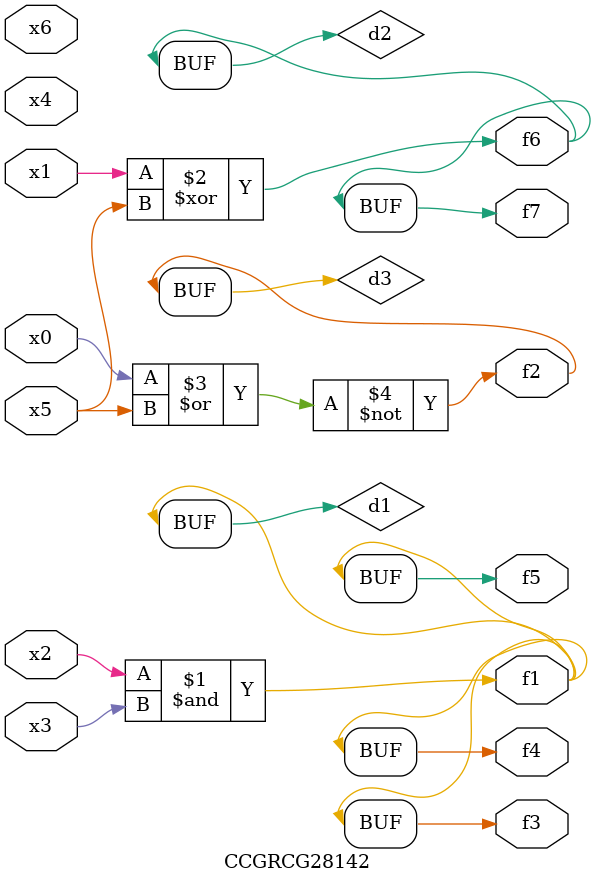
<source format=v>
module CCGRCG28142(
	input x0, x1, x2, x3, x4, x5, x6,
	output f1, f2, f3, f4, f5, f6, f7
);

	wire d1, d2, d3;

	and (d1, x2, x3);
	xor (d2, x1, x5);
	nor (d3, x0, x5);
	assign f1 = d1;
	assign f2 = d3;
	assign f3 = d1;
	assign f4 = d1;
	assign f5 = d1;
	assign f6 = d2;
	assign f7 = d2;
endmodule

</source>
